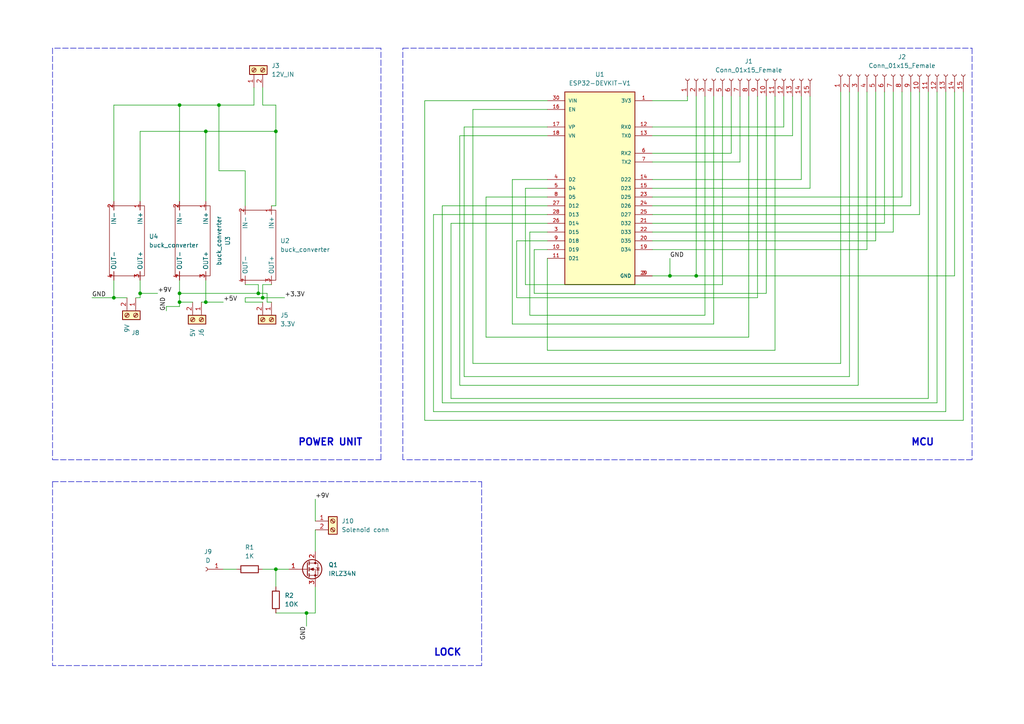
<source format=kicad_sch>
(kicad_sch (version 20211123) (generator eeschema)
  (paper "A4")
  (lib_symbols
    (symbol "Connector:Conn_01x01_Female" (pin_names (offset 1.016) hide)
      (property "Reference" "J" (at 0 2.54 0))
      (property "Value" "Conn_01x01_Female" (at 0 -2.54 0))
      (symbol "Conn_01x01_Female_1_1"
        (polyline (pts (xy -1.27 0) (xy -0.508 0)) (stroke (width 0.1524)))
        (arc (start 0 0.508) (mid -0.508 0) (end 0 -0.508) (stroke (width 0.1524)))
        (pin passive line (at -5.08 0 0) (length 3.81) (name "Pin_1") (number "1"))
      )
    )
    (symbol "Connector:Conn_01x15_Female" (pin_names (offset 1.016) hide)
      (property "Reference" "J" (at 0 20.32 0))
      (property "Value" "Conn_01x15_Female" (at 0 -20.32 0))
      (symbol "Conn_01x15_Female_1_1"
        (arc (start 0 -17.272) (mid -0.508 -17.78) (end 0 -18.288) (stroke (width 0.1524)))
        (arc (start 0 -14.732) (mid -0.508 -15.24) (end 0 -15.748) (stroke (width 0.1524)))
        (arc (start 0 -12.192) (mid -0.508 -12.7) (end 0 -13.208) (stroke (width 0.1524)))
        (arc (start 0 -9.652) (mid -0.508 -10.16) (end 0 -10.668) (stroke (width 0.1524)))
        (arc (start 0 -7.112) (mid -0.508 -7.62) (end 0 -8.128) (stroke (width 0.1524)))
        (arc (start 0 -4.572) (mid -0.508 -5.08) (end 0 -5.588) (stroke (width 0.1524)))
        (arc (start 0 -2.032) (mid -0.508 -2.54) (end 0 -3.048) (stroke (width 0.1524)))
        (polyline (pts (xy -1.27 -17.78) (xy -0.508 -17.78)) (stroke (width 0.1524)))
        (polyline (pts (xy -1.27 -15.24) (xy -0.508 -15.24)) (stroke (width 0.1524)))
        (polyline (pts (xy -1.27 -12.7) (xy -0.508 -12.7)) (stroke (width 0.1524)))
        (polyline (pts (xy -1.27 -10.16) (xy -0.508 -10.16)) (stroke (width 0.1524)))
        (polyline (pts (xy -1.27 -7.62) (xy -0.508 -7.62)) (stroke (width 0.1524)))
        (polyline (pts (xy -1.27 -5.08) (xy -0.508 -5.08)) (stroke (width 0.1524)))
        (polyline (pts (xy -1.27 -2.54) (xy -0.508 -2.54)) (stroke (width 0.1524)))
        (polyline (pts (xy -1.27 0) (xy -0.508 0)) (stroke (width 0.1524)))
        (polyline (pts (xy -1.27 2.54) (xy -0.508 2.54)) (stroke (width 0.1524)))
        (polyline (pts (xy -1.27 5.08) (xy -0.508 5.08)) (stroke (width 0.1524)))
        (polyline (pts (xy -1.27 7.62) (xy -0.508 7.62)) (stroke (width 0.1524)))
        (polyline (pts (xy -1.27 10.16) (xy -0.508 10.16)) (stroke (width 0.1524)))
        (polyline (pts (xy -1.27 12.7) (xy -0.508 12.7)) (stroke (width 0.1524)))
        (polyline (pts (xy -1.27 15.24) (xy -0.508 15.24)) (stroke (width 0.1524)))
        (polyline (pts (xy -1.27 17.78) (xy -0.508 17.78)) (stroke (width 0.1524)))
        (arc (start 0 0.508) (mid -0.508 0) (end 0 -0.508) (stroke (width 0.1524)))
        (arc (start 0 3.048) (mid -0.508 2.54) (end 0 2.032) (stroke (width 0.1524)))
        (arc (start 0 5.588) (mid -0.508 5.08) (end 0 4.572) (stroke (width 0.1524)))
        (arc (start 0 8.128) (mid -0.508 7.62) (end 0 7.112) (stroke (width 0.1524)))
        (arc (start 0 10.668) (mid -0.508 10.16) (end 0 9.652) (stroke (width 0.1524)))
        (arc (start 0 13.208) (mid -0.508 12.7) (end 0 12.192) (stroke (width 0.1524)))
        (arc (start 0 15.748) (mid -0.508 15.24) (end 0 14.732) (stroke (width 0.1524)))
        (arc (start 0 18.288) (mid -0.508 17.78) (end 0 17.272) (stroke (width 0.1524)))
        (pin passive line (at -5.08 17.78 0) (length 3.81) (name "Pin_1") (number "1"))
        (pin passive line (at -5.08 -5.08 0) (length 3.81) (name "Pin_10") (number "10"))
        (pin passive line (at -5.08 -7.62 0) (length 3.81) (name "Pin_11") (number "11"))
        (pin passive line (at -5.08 -10.16 0) (length 3.81) (name "Pin_12") (number "12"))
        (pin passive line (at -5.08 -12.7 0) (length 3.81) (name "Pin_13") (number "13"))
        (pin passive line (at -5.08 -15.24 0) (length 3.81) (name "Pin_14") (number "14"))
        (pin passive line (at -5.08 -17.78 0) (length 3.81) (name "Pin_15") (number "15"))
        (pin passive line (at -5.08 15.24 0) (length 3.81) (name "Pin_2") (number "2"))
        (pin passive line (at -5.08 12.7 0) (length 3.81) (name "Pin_3") (number "3"))
        (pin passive line (at -5.08 10.16 0) (length 3.81) (name "Pin_4") (number "4"))
        (pin passive line (at -5.08 7.62 0) (length 3.81) (name "Pin_5") (number "5"))
        (pin passive line (at -5.08 5.08 0) (length 3.81) (name "Pin_6") (number "6"))
        (pin passive line (at -5.08 2.54 0) (length 3.81) (name "Pin_7") (number "7"))
        (pin passive line (at -5.08 0 0) (length 3.81) (name "Pin_8") (number "8"))
        (pin passive line (at -5.08 -2.54 0) (length 3.81) (name "Pin_9") (number "9"))
      )
    )
    (symbol "Connector:Screw_Terminal_01x02" (pin_names (offset 1.016) hide)
      (property "Reference" "J" (at 0 2.54 0))
      (property "Value" "Screw_Terminal_01x02" (at 0 -5.08 0))
      (symbol "Screw_Terminal_01x02_1_1"
        (rectangle (start -1.27 1.27) (end 1.27 -3.81) (stroke (width 0.254)) (fill (type background)))
        (circle (center 0 -2.54) (radius 0.635) (stroke (width 0.1524)))
        (polyline (pts (xy -0.5334 -2.2098) (xy 0.3302 -3.048)) (stroke (width 0.1524)))
        (polyline (pts (xy -0.5334 0.3302) (xy 0.3302 -0.508)) (stroke (width 0.1524)))
        (polyline (pts (xy -0.3556 -2.032) (xy 0.508 -2.8702)) (stroke (width 0.1524)))
        (polyline (pts (xy -0.3556 0.508) (xy 0.508 -0.3302)) (stroke (width 0.1524)))
        (circle (center 0 0) (radius 0.635) (stroke (width 0.1524)))
        (pin passive line (at -5.08 0 0) (length 3.81) (name "Pin_1") (number "1"))
        (pin passive line (at -5.08 -2.54 0) (length 3.81) (name "Pin_2") (number "2"))
      )
    )
    (symbol "Device:R" (pin_numbers hide) (pin_names (offset 0))
      (property "Reference" "R" (at 2.032 0 90))
      (property "Value" "R" (at 0 0 90))
      (symbol "R_0_1"
        (rectangle (start -1.016 -2.54) (end 1.016 2.54) (stroke (width 0.254)))
      )
      (symbol "R_1_1"
        (pin passive line (at 0 3.81 270) (length 1.27) (name "~") (number "1"))
        (pin passive line (at 0 -3.81 90) (length 1.27) (name "~") (number "2"))
      )
    )
    (symbol "ESP32-DEVKIT-V1:ESP32-DEVKIT-V1" (pin_names (offset 1.016))
      (property "Reference" "U" (at -10.16 30.48 0))
      (property "Value" "ESP32-DEVKIT-V1" (at -10.16 -30.48 0))
      (symbol "ESP32-DEVKIT-V1_0_0"
        (rectangle (start -10.16 -27.94) (end 10.16 27.94) (stroke (width 0.254)) (fill (type background)))
        (pin output line (at 15.24 25.4 180) (length 5.08) (name "3V3") (number "1"))
        (pin bidirectional line (at -15.24 -17.78 0) (length 5.08) (name "D19") (number "10"))
        (pin bidirectional line (at -15.24 -20.32 0) (length 5.08) (name "D21") (number "11"))
        (pin input line (at 15.24 17.78 180) (length 5.08) (name "RX0") (number "12"))
        (pin output line (at 15.24 15.24 180) (length 5.08) (name "TX0") (number "13"))
        (pin bidirectional line (at 15.24 2.54 180) (length 5.08) (name "D22") (number "14"))
        (pin bidirectional line (at 15.24 0 180) (length 5.08) (name "D23") (number "15"))
        (pin input line (at -15.24 22.86 0) (length 5.08) (name "EN") (number "16"))
        (pin bidirectional line (at -15.24 17.78 0) (length 5.08) (name "VP") (number "17"))
        (pin bidirectional line (at -15.24 15.24 0) (length 5.08) (name "VN") (number "18"))
        (pin bidirectional line (at 15.24 -17.78 180) (length 5.08) (name "D34") (number "19"))
        (pin power_in line (at 15.24 -25.4 180) (length 5.08) (name "GND") (number "2"))
        (pin bidirectional line (at 15.24 -15.24 180) (length 5.08) (name "D35") (number "20"))
        (pin bidirectional line (at 15.24 -10.16 180) (length 5.08) (name "D32") (number "21"))
        (pin bidirectional line (at 15.24 -12.7 180) (length 5.08) (name "D33") (number "22"))
        (pin bidirectional line (at 15.24 -2.54 180) (length 5.08) (name "D25") (number "23"))
        (pin bidirectional line (at 15.24 -5.08 180) (length 5.08) (name "D26") (number "24"))
        (pin bidirectional line (at 15.24 -7.62 180) (length 5.08) (name "D27") (number "25"))
        (pin bidirectional line (at -15.24 -10.16 0) (length 5.08) (name "D14") (number "26"))
        (pin bidirectional line (at -15.24 -5.08 0) (length 5.08) (name "D12") (number "27"))
        (pin bidirectional line (at -15.24 -7.62 0) (length 5.08) (name "D13") (number "28"))
        (pin power_in line (at 15.24 -25.4 180) (length 5.08) (name "GND") (number "29"))
        (pin bidirectional line (at -15.24 -12.7 0) (length 5.08) (name "D15") (number "3"))
        (pin input line (at -15.24 25.4 0) (length 5.08) (name "VIN") (number "30"))
        (pin bidirectional line (at -15.24 2.54 0) (length 5.08) (name "D2") (number "4"))
        (pin bidirectional line (at -15.24 0 0) (length 5.08) (name "D4") (number "5"))
        (pin input line (at 15.24 10.16 180) (length 5.08) (name "RX2") (number "6"))
        (pin output line (at 15.24 7.62 180) (length 5.08) (name "TX2") (number "7"))
        (pin bidirectional line (at -15.24 -2.54 0) (length 5.08) (name "D5") (number "8"))
        (pin bidirectional line (at -15.24 -15.24 0) (length 5.08) (name "D18") (number "9"))
      )
    )
    (symbol "Transistor_FET:IRLZ34N" (pin_names hide)
      (property "Reference" "Q" (at 6.35 1.905 0))
      (property "Value" "IRLZ34N" (at 6.35 0 0))
      (symbol "IRLZ34N_0_1"
        (polyline (pts (xy 0.254 0) (xy -2.54 0)))
        (polyline (pts (xy 0.254 1.905) (xy 0.254 -1.905)) (stroke (width 0.254)))
        (polyline (pts (xy 0.762 -1.27) (xy 0.762 -2.286)) (stroke (width 0.254)))
        (polyline (pts (xy 0.762 0.508) (xy 0.762 -0.508)) (stroke (width 0.254)))
        (polyline (pts (xy 0.762 2.286) (xy 0.762 1.27)) (stroke (width 0.254)))
        (polyline (pts (xy 2.54 2.54) (xy 2.54 1.778)))
        (polyline (pts (xy 2.54 -2.54) (xy 2.54 0) (xy 0.762 0)))
        (polyline (pts (xy 0.762 -1.778) (xy 3.302 -1.778) (xy 3.302 1.778) (xy 0.762 1.778)))
        (polyline (pts (xy 1.016 0) (xy 2.032 0.381) (xy 2.032 -0.381) (xy 1.016 0)) (fill (type outline)))
        (polyline (pts (xy 2.794 0.508) (xy 2.921 0.381) (xy 3.683 0.381) (xy 3.81 0.254)))
        (polyline (pts (xy 3.302 0.381) (xy 2.921 -0.254) (xy 3.683 -0.254) (xy 3.302 0.381)))
        (circle (center 1.651 0) (radius 2.794) (stroke (width 0.254)))
        (circle (center 2.54 -1.778) (radius 0.254) (fill (type outline)))
        (circle (center 2.54 1.778) (radius 0.254) (fill (type outline)))
      )
      (symbol "IRLZ34N_1_1"
        (pin input line (at -5.08 0 0) (length 2.54) (name "G") (number "1"))
        (pin passive line (at 2.54 5.08 270) (length 2.54) (name "D") (number "2"))
        (pin passive line (at 2.54 -5.08 90) (length 2.54) (name "S") (number "3"))
      )
    )
    (symbol "buck_converter:buck_converter"
      (property "Reference" "U" (at 10.16 1.27 0))
      (property "Value" "buck_converter" (at 10.16 -5.08 0))
      (symbol "buck_converter_0_1"
        (rectangle (start 0 0) (end 20.32 -10.16))
      )
      (symbol "buck_converter_1_1"
        (pin input line (at -1.27 -1.27 0) (length 2.54) (name "IN+") (number "1"))
        (pin input line (at -1.27 -8.89 0) (length 2.54) (name "IN-") (number "2"))
        (pin output line (at 21.59 -1.27 180) (length 2.54) (name "OUT+") (number "3"))
        (pin output line (at 21.59 -8.89 180) (length 2.54) (name "OUT-") (number "4"))
      )
    )
  )
  (junction (at 76.2 86.36))
  (junction (at 74.93 85.09))
  (junction (at 194.31 80.01))
  (junction (at 80.01 38.1))
  (junction (at 88.9 177.8))
  (junction (at 80.01 165.1))
  (junction (at 33.02 86.36))
  (junction (at 201.93 80.01))
  (junction (at 59.69 38.1))
  (junction (at 59.69 87.63))
  (junction (at 52.07 85.09))
  (junction (at 40.64 85.09))
  (junction (at 52.07 87.63))
  (junction (at 52.07 30.48))
  (junction (at 63.5 30.48))
  (wire (pts (xy 36.83 86.36) (xy 33.02 86.36)))
  (wire (pts (xy 189.23 72.39) (xy 251.46 72.39)))
  (wire (pts (xy 212.09 27.94) (xy 212.09 44.45)))
  (wire (pts (xy 243.84 105.41) (xy 243.84 26.67)))
  (wire (pts (xy 52.07 81.28) (xy 52.07 85.09)))
  (wire (pts (xy 152.4 54.61) (xy 158.75 54.61)))
  (wire (pts (xy 91.44 177.8) (xy 91.44 170.18)))
  (wire (pts (xy 88.9 177.8) (xy 88.9 181.61)))
  (wire (pts (xy 153.67 91.44) (xy 153.67 67.31)))
  (wire (pts (xy 74.93 85.09) (xy 74.93 82.55)))
  (polyline (pts (xy 106.68 13.97) (xy 15.24 13.97)))
  (wire (pts (xy 52.07 88.9) (xy 52.07 87.63)))
  (wire (pts (xy 219.71 27.94) (xy 219.71 86.36)))
  (wire (pts (xy 40.64 58.42) (xy 40.64 38.1)))
  (polyline (pts (xy 15.24 13.97) (xy 15.24 133.35)))
  (wire (pts (xy 234.95 54.61) (xy 234.95 27.94)))
  (wire (pts (xy 158.75 39.37) (xy 133.35 39.37)))
  (wire (pts (xy 204.47 91.44) (xy 153.67 91.44)))
  (wire (pts (xy 133.35 111.76) (xy 248.92 111.76)))
  (polyline (pts (xy 281.94 13.97) (xy 281.94 133.35)))
  (wire (pts (xy 189.23 54.61) (xy 234.95 54.61)))
  (wire (pts (xy 154.94 72.39) (xy 158.75 72.39)))
  (wire (pts (xy 279.4 26.67) (xy 279.4 121.92)))
  (wire (pts (xy 59.69 87.63) (xy 64.77 87.63)))
  (polyline (pts (xy 15.24 139.7) (xy 15.24 193.04)))
  (wire (pts (xy 189.23 57.15) (xy 261.62 57.15)))
  (wire (pts (xy 149.86 86.36) (xy 149.86 69.85)))
  (wire (pts (xy 246.38 109.22) (xy 246.38 26.67)))
  (wire (pts (xy 33.02 58.42) (xy 33.02 30.48)))
  (wire (pts (xy 76.2 30.48) (xy 76.2 25.4)))
  (wire (pts (xy 148.59 52.07) (xy 158.75 52.07)))
  (wire (pts (xy 80.01 59.69) (xy 78.74 59.69)))
  (wire (pts (xy 59.69 87.63) (xy 58.42 87.63)))
  (wire (pts (xy 207.01 27.94) (xy 207.01 93.98)))
  (wire (pts (xy 219.71 86.36) (xy 149.86 86.36)))
  (wire (pts (xy 91.44 144.78) (xy 91.44 151.13)))
  (polyline (pts (xy 15.24 133.35) (xy 110.49 133.35)))
  (wire (pts (xy 133.35 39.37) (xy 133.35 111.76)))
  (wire (pts (xy 40.64 85.09) (xy 45.72 85.09)))
  (polyline (pts (xy 281.94 133.35) (xy 116.84 133.35)))
  (wire (pts (xy 189.23 62.23) (xy 266.7 62.23)))
  (wire (pts (xy 149.86 69.85) (xy 158.75 69.85)))
  (wire (pts (xy 248.92 111.76) (xy 248.92 26.67)))
  (wire (pts (xy 189.23 67.31) (xy 259.08 67.31)))
  (wire (pts (xy 229.87 39.37) (xy 229.87 27.94)))
  (polyline (pts (xy 139.7 139.7) (xy 139.7 193.04)))
  (wire (pts (xy 222.25 85.09) (xy 154.94 85.09)))
  (wire (pts (xy 78.74 87.63) (xy 77.47 87.63)))
  (wire (pts (xy 224.79 101.6) (xy 224.79 27.94)))
  (wire (pts (xy 52.07 85.09) (xy 52.07 87.63)))
  (wire (pts (xy 134.62 36.83) (xy 134.62 109.22)))
  (wire (pts (xy 48.26 88.9) (xy 52.07 88.9)))
  (polyline (pts (xy 116.84 133.35) (xy 116.84 13.97)))
  (wire (pts (xy 123.19 121.92) (xy 123.19 29.21)))
  (wire (pts (xy 59.69 81.28) (xy 59.69 87.63)))
  (wire (pts (xy 88.9 177.8) (xy 91.44 177.8)))
  (wire (pts (xy 259.08 67.31) (xy 259.08 26.67)))
  (wire (pts (xy 158.75 62.23) (xy 125.73 62.23)))
  (wire (pts (xy 63.5 30.48) (xy 73.66 30.48)))
  (wire (pts (xy 152.4 82.55) (xy 152.4 54.61)))
  (wire (pts (xy 128.27 116.84) (xy 271.78 116.84)))
  (wire (pts (xy 48.26 90.17) (xy 48.26 88.9)))
  (wire (pts (xy 76.2 165.1) (xy 80.01 165.1)))
  (wire (pts (xy 71.12 87.63) (xy 71.12 86.36)))
  (wire (pts (xy 76.2 82.55) (xy 78.74 82.55)))
  (wire (pts (xy 158.75 36.83) (xy 134.62 36.83)))
  (wire (pts (xy 189.23 46.99) (xy 214.63 46.99)))
  (wire (pts (xy 39.37 86.36) (xy 40.64 86.36)))
  (wire (pts (xy 153.67 67.31) (xy 158.75 67.31)))
  (polyline (pts (xy 116.84 13.97) (xy 281.94 13.97)))
  (wire (pts (xy 130.81 64.77) (xy 130.81 115.57)))
  (wire (pts (xy 194.31 80.01) (xy 201.93 80.01)))
  (wire (pts (xy 80.01 30.48) (xy 76.2 30.48)))
  (wire (pts (xy 59.69 38.1) (xy 80.01 38.1)))
  (wire (pts (xy 254 69.85) (xy 254 26.67)))
  (wire (pts (xy 76.2 86.36) (xy 76.2 82.55)))
  (wire (pts (xy 158.75 31.75) (xy 137.16 31.75)))
  (wire (pts (xy 204.47 27.94) (xy 204.47 91.44)))
  (wire (pts (xy 76.2 86.36) (xy 82.55 86.36)))
  (wire (pts (xy 80.01 177.8) (xy 88.9 177.8)))
  (wire (pts (xy 91.44 153.67) (xy 91.44 160.02)))
  (wire (pts (xy 232.41 52.07) (xy 232.41 27.94)))
  (wire (pts (xy 189.23 39.37) (xy 229.87 39.37)))
  (wire (pts (xy 80.01 30.48) (xy 80.01 38.1)))
  (wire (pts (xy 33.02 81.28) (xy 33.02 86.36)))
  (wire (pts (xy 269.24 115.57) (xy 269.24 26.67)))
  (wire (pts (xy 71.12 86.36) (xy 76.2 86.36)))
  (polyline (pts (xy 15.24 139.7) (xy 139.7 139.7)))
  (wire (pts (xy 158.75 57.15) (xy 140.97 57.15)))
  (wire (pts (xy 189.23 64.77) (xy 256.54 64.77)))
  (wire (pts (xy 271.78 116.84) (xy 271.78 26.67)))
  (wire (pts (xy 276.86 80.01) (xy 201.93 80.01)))
  (wire (pts (xy 123.19 29.21) (xy 158.75 29.21)))
  (wire (pts (xy 222.25 27.94) (xy 222.25 85.09)))
  (wire (pts (xy 158.75 74.93) (xy 158.75 101.6)))
  (wire (pts (xy 73.66 25.4) (xy 73.66 30.48)))
  (wire (pts (xy 128.27 59.69) (xy 128.27 116.84)))
  (wire (pts (xy 189.23 59.69) (xy 264.16 59.69)))
  (wire (pts (xy 194.31 74.93) (xy 194.31 80.01)))
  (wire (pts (xy 227.33 36.83) (xy 227.33 27.94)))
  (wire (pts (xy 148.59 93.98) (xy 148.59 52.07)))
  (polyline (pts (xy 110.49 133.35) (xy 110.49 13.97)))
  (wire (pts (xy 158.75 64.77) (xy 130.81 64.77)))
  (wire (pts (xy 209.55 27.94) (xy 209.55 82.55)))
  (wire (pts (xy 63.5 30.48) (xy 52.07 30.48)))
  (wire (pts (xy 140.97 57.15) (xy 140.97 97.79)))
  (wire (pts (xy 71.12 59.69) (xy 71.12 49.53)))
  (wire (pts (xy 140.97 97.79) (xy 217.17 97.79)))
  (wire (pts (xy 189.23 52.07) (xy 232.41 52.07)))
  (wire (pts (xy 261.62 57.15) (xy 261.62 26.67)))
  (wire (pts (xy 59.69 58.42) (xy 59.69 38.1)))
  (wire (pts (xy 201.93 80.01) (xy 201.93 27.94)))
  (wire (pts (xy 199.39 29.21) (xy 199.39 27.94)))
  (polyline (pts (xy 106.68 13.97) (xy 110.49 13.97)))
  (wire (pts (xy 71.12 49.53) (xy 63.5 49.53)))
  (wire (pts (xy 207.01 93.98) (xy 148.59 93.98)))
  (wire (pts (xy 125.73 119.38) (xy 274.32 119.38)))
  (wire (pts (xy 274.32 119.38) (xy 274.32 26.67)))
  (wire (pts (xy 64.77 165.1) (xy 68.58 165.1)))
  (wire (pts (xy 63.5 49.53) (xy 63.5 30.48)))
  (wire (pts (xy 80.01 165.1) (xy 80.01 170.18)))
  (wire (pts (xy 33.02 30.48) (xy 52.07 30.48)))
  (wire (pts (xy 189.23 29.21) (xy 199.39 29.21)))
  (wire (pts (xy 52.07 30.48) (xy 52.07 58.42)))
  (wire (pts (xy 189.23 36.83) (xy 227.33 36.83)))
  (wire (pts (xy 154.94 85.09) (xy 154.94 72.39)))
  (wire (pts (xy 71.12 87.63) (xy 76.2 87.63)))
  (wire (pts (xy 279.4 121.92) (xy 123.19 121.92)))
  (wire (pts (xy 158.75 59.69) (xy 128.27 59.69)))
  (wire (pts (xy 214.63 46.99) (xy 214.63 27.94)))
  (wire (pts (xy 137.16 31.75) (xy 137.16 105.41)))
  (wire (pts (xy 40.64 85.09) (xy 40.64 81.28)))
  (wire (pts (xy 77.47 85.09) (xy 74.93 85.09)))
  (wire (pts (xy 125.73 62.23) (xy 125.73 119.38)))
  (wire (pts (xy 256.54 64.77) (xy 256.54 26.67)))
  (wire (pts (xy 134.62 109.22) (xy 246.38 109.22)))
  (wire (pts (xy 189.23 80.01) (xy 194.31 80.01)))
  (wire (pts (xy 217.17 97.79) (xy 217.17 27.94)))
  (wire (pts (xy 189.23 69.85) (xy 254 69.85)))
  (wire (pts (xy 52.07 87.63) (xy 55.88 87.63)))
  (wire (pts (xy 158.75 101.6) (xy 224.79 101.6)))
  (wire (pts (xy 251.46 72.39) (xy 251.46 26.67)))
  (wire (pts (xy 40.64 86.36) (xy 40.64 85.09)))
  (polyline (pts (xy 139.7 193.04) (xy 15.24 193.04)))
  (wire (pts (xy 130.81 115.57) (xy 269.24 115.57)))
  (wire (pts (xy 80.01 38.1) (xy 80.01 59.69)))
  (wire (pts (xy 266.7 62.23) (xy 266.7 26.67)))
  (wire (pts (xy 74.93 82.55) (xy 71.12 82.55)))
  (wire (pts (xy 137.16 105.41) (xy 243.84 105.41)))
  (wire (pts (xy 80.01 165.1) (xy 83.82 165.1)))
  (wire (pts (xy 209.55 82.55) (xy 152.4 82.55)))
  (wire (pts (xy 212.09 44.45) (xy 189.23 44.45)))
  (wire (pts (xy 77.47 87.63) (xy 77.47 85.09)))
  (wire (pts (xy 40.64 38.1) (xy 59.69 38.1)))
  (wire (pts (xy 52.07 85.09) (xy 74.93 85.09)))
  (wire (pts (xy 26.67 86.36) (xy 33.02 86.36)))
  (wire (pts (xy 264.16 59.69) (xy 264.16 26.67)))
  (wire (pts (xy 276.86 26.67) (xy 276.86 80.01)))
  (text "MCU" (at 264.16 129.54 0) (effects (font (size 2 2) (thickness 0.4) bold) (justify left bottom)))
  (text "LOCK" (at 125.73 190.5 0) (effects (font (size 2 2) (thickness 0.4) bold) (justify left bottom)))
  (text "POWER UNIT" (at 86.36 129.54 0) (effects (font (size 2 2) (thickness 0.4) bold) (justify left bottom)))
  (label "+5V" (at 64.77 87.63 0))
  (label "GND" (at 48.26 90.17 90))
  (label "+9V" (at 45.72 85.09 0))
  (label "GND" (at 26.67 86.36 0))
  (label "+9V" (at 91.44 144.78 0))
  (label "+3.3V" (at 82.55 86.36 0))
  (label "GND" (at 194.31 74.93 0))
  (label "GND" (at 88.9 181.61 270))
  (symbol (lib_id "Connector:Conn_01x01_Female") (at 59.69 165.1 180) (unit 1)
    (property "Reference" "J9" (at 60.325 160.02 0))
    (property "Value" "D" (at 60.325 162.56 0))
    (property "Footprint" "Connector_PinSocket_2.00mm:PinSocket_1x01_P2.00mm_Vertical" (effects hide))
  )
  (symbol (lib_id "Connector:Screw_Terminal_01x02") (at 96.52 151.13 0) (unit 1)
    (property "Reference" "J10" (at 99.06 151.1299 0) (effects (justify left)))
    (property "Value" "Solenoid conn" (at 99.06 153.6699 0) (effects (justify left)))
    (property "Footprint" "TerminalBlock_Phoenix:TerminalBlock_Phoenix_MKDS-1,5-2-5.08_1x02_P5.08mm_Horizontal" (effects hide))
  )
  (symbol (lib_id "buck_converter:buck_converter") (at 41.91 59.69 270) (unit 1)
    (property "Reference" "U4" (at 43.18 68.5799 90) (effects (justify left)))
    (property "Value" "buck_converter" (at 43.18 71.1199 90) (effects (justify left)))
    (property "Footprint" "converters:buck_converter" (effects hide))
  )
  (symbol (lib_id "Device:R") (at 72.39 165.1 90) (unit 1)
    (property "Reference" "R1" (at 72.39 158.75 90))
    (property "Value" "1K" (at 72.39 161.29 90))
    (property "Footprint" "Resistor_THT:R_Axial_DIN0204_L3.6mm_D1.6mm_P7.62mm_Horizontal" (effects hide))
  )
  (symbol (lib_id "buck_converter:buck_converter") (at 80.01 60.96 270) (unit 1)
    (property "Reference" "U2" (at 81.28 69.8499 90) (effects (justify left)))
    (property "Value" "buck_converter" (at 81.28 72.3899 90) (effects (justify left)))
    (property "Footprint" "converters:buck_converter" (effects hide))
  )
  (symbol (lib_id "Transistor_FET:IRLZ34N") (at 88.9 165.1 0) (unit 1)
    (property "Reference" "Q1" (at 95.25 163.8299 0) (effects (justify left)))
    (property "Value" "IRLZ34N" (at 95.25 166.3699 0) (effects (justify left)))
    (property "Footprint" "Package_TO_SOT_THT:TO-220-3_Vertical" (effects hide))
    (property "Datasheet" "http://www.infineon.com/dgdl/irlz34npbf.pdf?fileId=5546d462533600a40153567206892720" (effects hide))
  )
  (symbol (lib_id "Connector:Conn_01x15_Female") (at 261.62 21.59 90) (unit 1)
    (property "Reference" "J2" (at 261.62 16.51 90))
    (property "Value" "Conn_01x15_Female" (at 261.62 19.05 90))
    (property "Footprint" "Connector_PinSocket_2.54mm:PinSocket_1x15_P2.54mm_Vertical" (effects hide))
  )
  (symbol (lib_id "Connector:Screw_Terminal_01x02") (at 58.42 92.71 270) (unit 1)
    (property "Reference" "J6" (at 58.4201 95.25 0) (effects (justify left)))
    (property "Value" "5V" (at 55.8801 95.25 0) (effects (justify left)))
    (property "Footprint" "TerminalBlock_Phoenix:TerminalBlock_Phoenix_MKDS-1,5-2-5.08_1x02_P5.08mm_Horizontal" (effects hide))
  )
  (symbol (lib_id "Device:R") (at 80.01 173.99 0) (unit 1)
    (property "Reference" "R2" (at 82.55 172.7199 0) (effects (justify left)))
    (property "Value" "1OK" (at 82.55 175.2599 0) (effects (justify left)))
    (property "Footprint" "Resistor_THT:R_Axial_DIN0204_L3.6mm_D1.6mm_P7.62mm_Horizontal" (effects hide))
  )
  (symbol (lib_id "Connector:Screw_Terminal_01x02") (at 78.74 92.71 270) (unit 1)
    (property "Reference" "J5" (at 81.28 91.4399 90) (effects (justify left)))
    (property "Value" "3.3V" (at 81.28 93.9799 90) (effects (justify left)))
    (property "Footprint" "TerminalBlock_Phoenix:TerminalBlock_Phoenix_MKDS-1,5-2-5.08_1x02_P5.08mm_Horizontal" (effects hide))
  )
  (symbol (lib_id "Connector:Conn_01x15_Female") (at 217.17 22.86 90) (unit 1)
    (property "Reference" "J1" (at 217.17 17.78 90))
    (property "Value" "Conn_01x15_Female" (at 217.17 20.32 90))
    (property "Footprint" "Connector_PinSocket_2.54mm:PinSocket_1x15_P2.54mm_Vertical" (effects hide))
  )
  (symbol (lib_id "ESP32-DEVKIT-V1:ESP32-DEVKIT-V1") (at 173.99 54.61 0) (unit 1)
    (property "Reference" "U1" (at 173.99 21.59 0))
    (property "Value" "ESP32-DEVKIT-V1" (at 173.99 24.13 0))
    (property "Footprint" "ESP32-DEVKIT-V1:MODULE_ESP32_DEVKIT_V1" (effects hide))
    (property "PARTREV" "N/A" (effects hide))
    (property "STANDARD" "Manufacturer Recommendations" (effects hide))
    (property "MAXIMUM_PACKAGE_HEIGHT" "6.8 mm" (effects hide))
    (property "MANUFACTURER" "DOIT" (effects hide))
  )
  (symbol (lib_id "Connector:Screw_Terminal_01x02") (at 73.66 20.32 90) (unit 1)
    (property "Reference" "J3" (at 78.74 19.0499 90) (effects (justify right)))
    (property "Value" "12V_IN" (at 78.74 21.5899 90) (effects (justify right)))
    (property "Footprint" "TerminalBlock_Phoenix:TerminalBlock_Phoenix_MKDS-1,5-2-5.08_1x02_P5.08mm_Horizontal" (effects hide))
  )
  (symbol (lib_id "Connector:Screw_Terminal_01x02") (at 39.37 91.44 270) (unit 1)
    (property "Reference" "J8" (at 38.1 96.52 90) (effects (justify left)))
    (property "Value" "9V" (at 36.83 93.98 0) (effects (justify left)))
    (property "Footprint" "TerminalBlock_Phoenix:TerminalBlock_Phoenix_MKDS-1,5-2-5.08_1x02_P5.08mm_Horizontal" (effects hide))
  )
  (symbol (lib_id "buck_converter:buck_converter") (at 60.96 59.69 270) (unit 1)
    (property "Reference" "U3" (at 66.04 69.85 0))
    (property "Value" "buck_converter" (at 63.5 69.85 0))
    (property "Footprint" "converters:buck_converter" (effects hide))
  )
)
</source>
